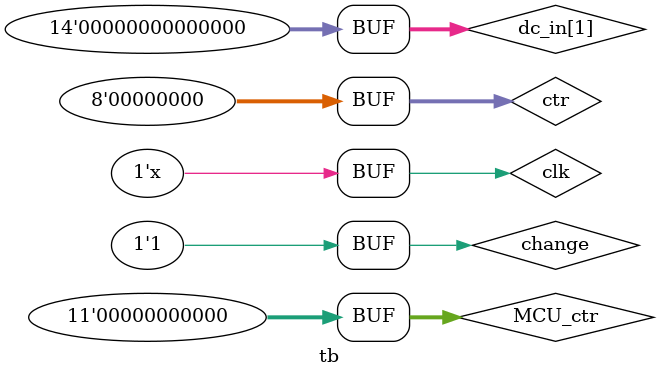
<source format=v>
`timescale 1ns / 1ps


module tb();
parameter Total_MCUs = 8;
reg start;
reg [1:Total_MCUs] rst;
reg [7:0] I[1:Total_MCUs];
reg [7:0]M[0:64*Total_MCUs - 1];  // 2 MCUs
reg [7:0]ctr;
reg [19:0] overall_ctr;
reg clk;
reg [1:Total_MCUs] en;
reg [0:13] dc_in[1:Total_MCUs];
reg [0:10] MCU_ctr; // To keep track of present MCU
reg first_MCU, st;
reg [9:0] present_MCU;
wire [0:22] O[1:Total_MCUs];
wire ready[1:Total_MCUs];
wire done[1:Total_MCUs];
wire [0:13] dc_out[1:Total_MCUs];
wire [1:Total_MCUs]Valid_output;

reg [1:Total_MCUs]start_MCU;
reg change;
//wire [0:10] Total_MCUs;
//assign Total_MCUs = 11'd2;

reg [4:0] on_ctr, off_ctr;

initial begin
clk =0;
ctr=0;
overall_ctr <= 0;

M[0] = 8'd180; M[1] = 8'd183; M[2] = 8'd189; M[3] = 8'd194; M[4] = 8'd198; M[5] = 8'd189; M[6] = 8'd192; M[7] = 8'd201; 
M[64] = 8'd191; M[65] = 8'd187; M[66] = 8'd183; M[67] = 8'd218; M[68] = 8'd237; M[69] = 8'd213; M[70] = 8'd197; M[71] = 8'd200; 
M[128] = 8'd190; M[129] = 8'd187; M[130] = 8'd196; M[131] = 8'd241; M[132] = 8'd16; M[133] = 8'd232; M[134] = 8'd194; M[135] = 8'd201; 
M[192] = 8'd191; M[193] = 8'd186; M[194] = 8'd199; M[195] = 8'd250; M[196] = 8'd26; M[197] = 8'd234; M[198] = 8'd198; M[199] = 8'd197; 
M[256] = 8'd195; M[257] = 8'd189; M[258] = 8'd196; M[259] = 8'd232; M[260] = 8'd254; M[261] = 8'd216; M[262] = 8'd196; M[263] = 8'd198; 
M[320] = 8'd207; M[321] = 8'd193; M[322] = 8'd188; M[323] = 8'd198; M[324] = 8'd205; M[325] = 8'd196; M[326] = 8'd186; M[327] = 8'd203; 
M[384] = 8'd213; M[385] = 8'd199; M[386] = 8'd192; M[387] = 8'd187; M[388] = 8'd183; M[389] = 8'd189; M[390] = 8'd193; M[391] = 8'd211; 
M[448] = 8'd215; M[449] = 8'd207; M[450] = 8'd197; M[451] = 8'd196; M[452] = 8'd193; M[453] = 8'd204; M[454] = 8'd206; M[455] = 8'd222; 

M[8] = 8'd180; M[9] = 8'd183; M[10] = 8'd189; M[11] = 8'd194; M[12] = 8'd198; M[13] = 8'd189; M[14] = 8'd192; M[15] = 8'd201; 
M[72] = 8'd191; M[73] = 8'd187; M[74] = 8'd183; M[75] = 8'd218; M[76] = 8'd237; M[77] = 8'd213; M[78] = 8'd197; M[79] = 8'd200; 
M[136] = 8'd190; M[137] = 8'd187; M[138] = 8'd196; M[139] = 8'd241; M[140] = 8'd16; M[141] = 8'd232; M[142] = 8'd194; M[143] = 8'd201; 
M[200] = 8'd191; M[201] = 8'd186; M[202] = 8'd199; M[203] = 8'd250; M[204] = 8'd26; M[205] = 8'd234; M[206] = 8'd198; M[207] = 8'd197; 
M[264] = 8'd195; M[265] = 8'd189; M[266] = 8'd196; M[267] = 8'd232; M[268] = 8'd254; M[269] = 8'd216; M[270] = 8'd196; M[271] = 8'd198; 
M[328] = 8'd207; M[329] = 8'd193; M[330] = 8'd188; M[331] = 8'd198; M[332] = 8'd205; M[333] = 8'd196; M[334] = 8'd186; M[335] = 8'd203; 
M[392] = 8'd213; M[393] = 8'd199; M[394] = 8'd192; M[395] = 8'd187; M[396] = 8'd183; M[397] = 8'd189; M[398] = 8'd193; M[399] = 8'd211; 
M[456] = 8'd215; M[457] = 8'd207; M[458] = 8'd197; M[459] = 8'd196; M[460] = 8'd193; M[461] = 8'd204; M[462] = 8'd206; M[463] = 8'd222; 

M[16] = 8'd180; M[17] = 8'd183; M[18] = 8'd189; M[19] = 8'd194; M[20] = 8'd198; M[21] = 8'd189; M[22] = 8'd192; M[23] = 8'd201; 
M[80] = 8'd191; M[81] = 8'd187; M[82] = 8'd183; M[83] = 8'd218; M[84] = 8'd237; M[85] = 8'd213; M[86] = 8'd197; M[87] = 8'd200; 
M[144] = 8'd190; M[145] = 8'd187; M[146] = 8'd196; M[147] = 8'd241; M[148] = 8'd16; M[149] = 8'd232; M[150] = 8'd194; M[151] = 8'd201; 
M[208] = 8'd191; M[209] = 8'd186; M[210] = 8'd199; M[211] = 8'd250; M[212] = 8'd26; M[213] = 8'd234; M[214] = 8'd198; M[215] = 8'd197; 
M[272] = 8'd195; M[273] = 8'd189; M[274] = 8'd196; M[275] = 8'd232; M[276] = 8'd254; M[277] = 8'd216; M[278] = 8'd196; M[279] = 8'd198; 
M[336] = 8'd207; M[337] = 8'd193; M[338] = 8'd188; M[339] = 8'd198; M[340] = 8'd205; M[341] = 8'd196; M[342] = 8'd186; M[343] = 8'd203; 
M[400] = 8'd213; M[401] = 8'd199; M[402] = 8'd192; M[403] = 8'd187; M[404] = 8'd183; M[405] = 8'd189; M[406] = 8'd193; M[407] = 8'd211; 
M[464] = 8'd215; M[465] = 8'd207; M[466] = 8'd197; M[467] = 8'd196; M[468] = 8'd193; M[469] = 8'd204; M[470] = 8'd206; M[471] = 8'd222; 

M[24] = 8'd180; M[25] = 8'd183; M[26] = 8'd189; M[27] = 8'd194; M[28] = 8'd198; M[29] = 8'd189; M[30] = 8'd192; M[31] = 8'd201; 
M[88] = 8'd191; M[89] = 8'd187; M[90] = 8'd183; M[91] = 8'd218; M[92] = 8'd237; M[93] = 8'd213; M[94] = 8'd197; M[95] = 8'd200; 
M[152] = 8'd190; M[153] = 8'd187; M[154] = 8'd196; M[155] = 8'd241; M[156] = 8'd16; M[157] = 8'd232; M[158] = 8'd194; M[159] = 8'd201; 
M[216] = 8'd191; M[217] = 8'd186; M[218] = 8'd199; M[219] = 8'd250; M[220] = 8'd26; M[221] = 8'd234; M[222] = 8'd198; M[223] = 8'd197; 
M[280] = 8'd195; M[281] = 8'd189; M[282] = 8'd196; M[283] = 8'd232; M[284] = 8'd254; M[285] = 8'd216; M[286] = 8'd196; M[287] = 8'd198; 
M[344] = 8'd207; M[345] = 8'd193; M[346] = 8'd188; M[347] = 8'd198; M[348] = 8'd205; M[349] = 8'd196; M[350] = 8'd186; M[351] = 8'd203; 
M[408] = 8'd213; M[409] = 8'd199; M[410] = 8'd192; M[411] = 8'd187; M[412] = 8'd183; M[413] = 8'd189; M[414] = 8'd193; M[415] = 8'd211; 
M[472] = 8'd215; M[473] = 8'd207; M[474] = 8'd197; M[475] = 8'd196; M[476] = 8'd193; M[477] = 8'd204; M[478] = 8'd206; M[479] = 8'd222; 

M[32] = 8'd180; M[33] = 8'd183; M[34] = 8'd189; M[35] = 8'd194; M[36] = 8'd198; M[37] = 8'd189; M[38] = 8'd192; M[39] = 8'd201; 
M[96] = 8'd191; M[97] = 8'd187; M[98] = 8'd183; M[99] = 8'd218; M[100] = 8'd237; M[101] = 8'd213; M[102] = 8'd197; M[103] = 8'd200; 
M[160] = 8'd190; M[161] = 8'd187; M[162] = 8'd196; M[163] = 8'd241; M[164] = 8'd16; M[165] = 8'd232; M[166] = 8'd194; M[167] = 8'd201; 
M[224] = 8'd191; M[225] = 8'd186; M[226] = 8'd199; M[227] = 8'd250; M[228] = 8'd26; M[229] = 8'd234; M[230] = 8'd198; M[231] = 8'd197; 
M[288] = 8'd195; M[289] = 8'd189; M[290] = 8'd196; M[291] = 8'd232; M[292] = 8'd254; M[293] = 8'd216; M[294] = 8'd196; M[295] = 8'd198; 
M[352] = 8'd207; M[353] = 8'd193; M[354] = 8'd188; M[355] = 8'd198; M[356] = 8'd205; M[357] = 8'd196; M[358] = 8'd186; M[359] = 8'd203; 
M[416] = 8'd213; M[417] = 8'd199; M[418] = 8'd192; M[419] = 8'd187; M[420] = 8'd183; M[421] = 8'd189; M[422] = 8'd193; M[423] = 8'd211; 
M[480] = 8'd215; M[481] = 8'd207; M[482] = 8'd197; M[483] = 8'd196; M[484] = 8'd193; M[485] = 8'd204; M[486] = 8'd206; M[487] = 8'd222; 

M[40] = 8'd180; M[41] = 8'd183; M[42] = 8'd189; M[43] = 8'd194; M[44] = 8'd198; M[45] = 8'd189; M[46] = 8'd192; M[47] = 8'd201; 
M[104] = 8'd191; M[105] = 8'd187; M[106] = 8'd183; M[107] = 8'd218; M[108] = 8'd237; M[109] = 8'd213; M[110] = 8'd197; M[111] = 8'd200; 
M[168] = 8'd190; M[169] = 8'd187; M[170] = 8'd196; M[171] = 8'd241; M[172] = 8'd16; M[173] = 8'd232; M[174] = 8'd194; M[175] = 8'd201; 
M[232] = 8'd191; M[233] = 8'd186; M[234] = 8'd199; M[235] = 8'd250; M[236] = 8'd26; M[237] = 8'd234; M[238] = 8'd198; M[239] = 8'd197; 
M[296] = 8'd195; M[297] = 8'd189; M[298] = 8'd196; M[299] = 8'd232; M[300] = 8'd254; M[301] = 8'd216; M[302] = 8'd196; M[303] = 8'd198; 
M[360] = 8'd207; M[361] = 8'd193; M[362] = 8'd188; M[363] = 8'd198; M[364] = 8'd205; M[365] = 8'd196; M[366] = 8'd186; M[367] = 8'd203; 
M[424] = 8'd213; M[425] = 8'd199; M[426] = 8'd192; M[427] = 8'd187; M[428] = 8'd183; M[429] = 8'd189; M[430] = 8'd193; M[431] = 8'd211; 
M[488] = 8'd215; M[489] = 8'd207; M[490] = 8'd197; M[491] = 8'd196; M[492] = 8'd193; M[493] = 8'd204; M[494] = 8'd206; M[495] = 8'd222; 

M[48] = 8'd180; M[49] = 8'd183; M[50] = 8'd189; M[51] = 8'd194; M[52] = 8'd198; M[53] = 8'd189; M[54] = 8'd192; M[55] = 8'd201; 
M[112] = 8'd191; M[113] = 8'd187; M[114] = 8'd183; M[115] = 8'd218; M[116] = 8'd237; M[117] = 8'd213; M[118] = 8'd197; M[119] = 8'd200; 
M[176] = 8'd190; M[177] = 8'd187; M[178] = 8'd196; M[179] = 8'd241; M[180] = 8'd16; M[181] = 8'd232; M[182] = 8'd194; M[183] = 8'd201; 
M[240] = 8'd191; M[241] = 8'd186; M[242] = 8'd199; M[243] = 8'd250; M[244] = 8'd26; M[245] = 8'd234; M[246] = 8'd198; M[247] = 8'd197; 
M[304] = 8'd195; M[305] = 8'd189; M[306] = 8'd196; M[307] = 8'd232; M[308] = 8'd254; M[309] = 8'd216; M[310] = 8'd196; M[311] = 8'd198; 
M[368] = 8'd207; M[369] = 8'd193; M[370] = 8'd188; M[371] = 8'd198; M[372] = 8'd205; M[373] = 8'd196; M[374] = 8'd186; M[375] = 8'd203; 
M[432] = 8'd213; M[433] = 8'd199; M[434] = 8'd192; M[435] = 8'd187; M[436] = 8'd183; M[437] = 8'd189; M[438] = 8'd193; M[439] = 8'd211; 
M[496] = 8'd215; M[497] = 8'd207; M[498] = 8'd197; M[499] = 8'd196; M[500] = 8'd193; M[501] = 8'd204; M[502] = 8'd206; M[503] = 8'd222; 

M[56] = 8'd180; M[57] = 8'd183; M[58] = 8'd189; M[59] = 8'd194; M[60] = 8'd198; M[61] = 8'd189; M[62] = 8'd192; M[63] = 8'd201; 
M[120] = 8'd191; M[121] = 8'd187; M[122] = 8'd183; M[123] = 8'd218; M[124] = 8'd237; M[125] = 8'd213; M[126] = 8'd197; M[127] = 8'd200; 
M[184] = 8'd190; M[185] = 8'd187; M[186] = 8'd196; M[187] = 8'd241; M[188] = 8'd16; M[189] = 8'd232; M[190] = 8'd194; M[191] = 8'd201; 
M[248] = 8'd191; M[249] = 8'd186; M[250] = 8'd199; M[251] = 8'd250; M[252] = 8'd26; M[253] = 8'd234; M[254] = 8'd198; M[255] = 8'd197; 
M[312] = 8'd195; M[313] = 8'd189; M[314] = 8'd196; M[315] = 8'd232; M[316] = 8'd254; M[317] = 8'd216; M[318] = 8'd196; M[319] = 8'd198; 
M[376] = 8'd207; M[377] = 8'd193; M[378] = 8'd188; M[379] = 8'd198; M[380] = 8'd205; M[381] = 8'd196; M[382] = 8'd186; M[383] = 8'd203; 
M[440] = 8'd213; M[441] = 8'd199; M[442] = 8'd192; M[443] = 8'd187; M[444] = 8'd183; M[445] = 8'd189; M[446] = 8'd193; M[447] = 8'd211; 
M[504] = 8'd215; M[505] = 8'd207; M[506] = 8'd197; M[507] = 8'd196; M[508] = 8'd193; M[509] = 8'd204; M[510] = 8'd206; M[511] = 8'd222;
//I[1] = M[0];
rst[1:Total_MCUs] = {Total_MCUs{1'b1}};
//rst[2] = 1'b1;
//rst[3] = 1'b1;
//O=2432'd0;
en[1:Total_MCUs] = {1'b1,{Total_MCUs-1{1'b0}}};
//en[2] = 1'b0;
//en[3] = 1'b0;
dc_in[1] = 14'd0;
MCU_ctr = 11'd0;
first_MCU = 1'b1;
change = 1'b1;
start = 1'b0;
st = 1'b0;
start_MCU[1:Total_MCUs] = {Total_MCUs{1'b0}};
//start_MCU[2] = 1'b0;
//start_MCU[3] = 1'b0;
end

always begin
#1 clk=~clk;
//always@(negedge clk)
//rst=0;
//I = M[0];
end

always@(posedge clk) begin
// defaults
//    I1 <= I1;
//    I2 <= I2;
    
//    en1 <= 1'b0;
//    en2 <= 1'b0;
    if(start == 1'b0) begin
        start <= 1'b1;
        present_MCU <= 10'd1;
        en[1] <= 1'b1;
        I[1] <= M[0];           //Input is supplied as soon as enable is 1
//        overall_ctr <= 20'd1;
        rst[1:Total_MCUs] <= {Total_MCUs{1'b0}};
//        rst[2] <= 1'b0;
//        rst[3] <= 1'b0;
        start_MCU[1] <= 1'b1;
    end

    if(start == 1'b1) begin
        overall_ctr = overall_ctr + 1'b1; 
    end

    st <= start;    // Helpful to decide transition
    
    if(overall_ctr[2:0] == 3'b000 && st == 1) begin
        if(present_MCU == Total_MCUs) begin  // last MCU
            present_MCU = 10'd1;    //<
            I[1] = M[overall_ctr];
            en[Total_MCUs] = 1'b0;  // enables
            en[1] = 1'b1;
            first_MCU = 1'b1;
        end
        else begin                      // MCU 1-> MCU 2, 2->3
            present_MCU = present_MCU + 1'b1;//<
            I[present_MCU] = M[overall_ctr];
            en[present_MCU] = 1'b1;
            en[present_MCU - 1] = 1'b0;
            first_MCU = 1'b0;//<
            start_MCU[present_MCU] <= 1'b1;// + 1
        end
    end
    else begin
            I[present_MCU] = M[overall_ctr];
            en[present_MCU] = 1'b1;
    end
end



always@(posedge(Valid_output[1])) begin
    dc_in[2] <= dc_out[1];
end

always@(posedge(Valid_output[2])) begin
    dc_in[3] <= dc_out[2];
end


DCT_2D MCU_1(I[1], rst[1], clk, en[1], dc_in[1], start_MCU[1], ready[1], O[1], done[1], dc_out[1], first_MCU, Valid_output[1]);
DCT_2D MCU_2(I[2], rst[2], clk, en[2], dc_in[2], start_MCU[2], ready[2], O[2], done[2], dc_out[2], first_MCU, Valid_output[2]);
DCT_2D MCU_3(I[3], rst[3], clk, en[3], dc_in[3], start_MCU[3], ready[3], O[3], done[3], dc_out[3], first_MCU, Valid_output[3]);
DCT_2D MCU_4(I[4], rst[4], clk, en[4], dc_in[4], start_MCU[4], ready[4], O[4], done[4], dc_out[4], first_MCU, Valid_output[4]);
DCT_2D MCU_5(I[5], rst[5], clk, en[5], dc_in[5], start_MCU[5], ready[5], O[5], done[5], dc_out[5], first_MCU, Valid_output[5]);
DCT_2D MCU_6(I[6], rst[6], clk, en[6], dc_in[6], start_MCU[6], ready[6], O[6], done[6], dc_out[6], first_MCU, Valid_output[6]);
DCT_2D MCU_7(I[7], rst[7], clk, en[7], dc_in[7], start_MCU[7], ready[7], O[7], done[7], dc_out[7], first_MCU, Valid_output[7]);
DCT_2D MCU_8(I[8], rst[8], clk, en[8], dc_in[8], start_MCU[8], ready[8], O[8], done[8], dc_out[8], first_MCU, Valid_output[8]);
endmodule

</source>
